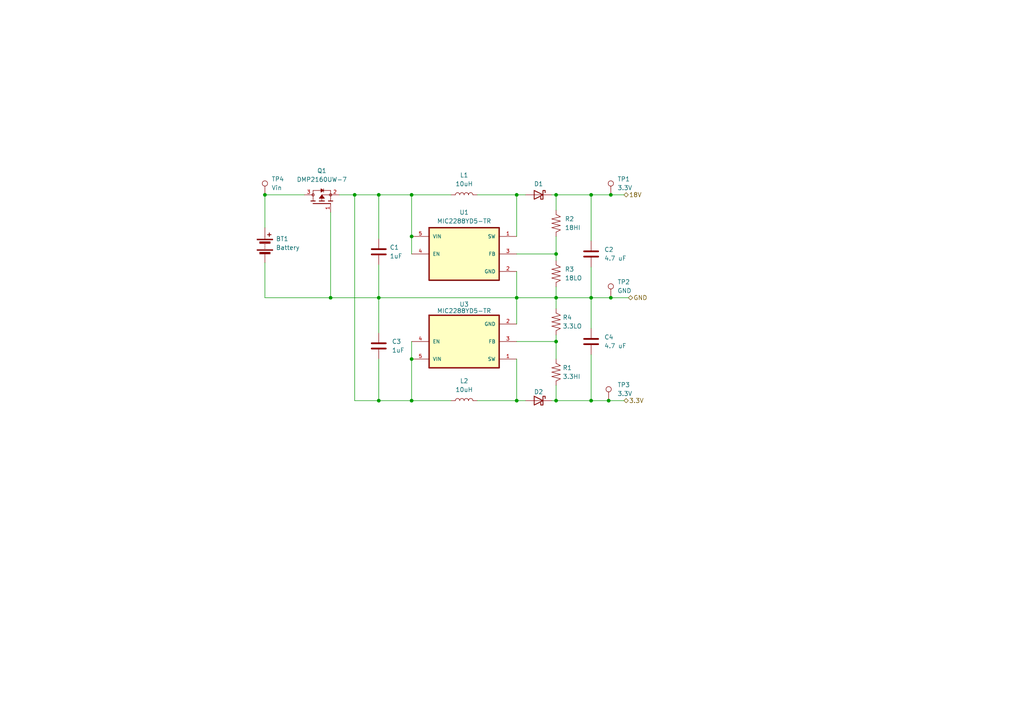
<source format=kicad_sch>
(kicad_sch (version 20230121) (generator eeschema)
  (paper "A4")
  (lib_symbols
    (symbol "Connector:TestPoint" (pin_numbers hide) (pin_names (offset 0.762) hide)
      (property "Reference" "TP" (at 0 6.858 0))
      (property "Value" "TestPoint" (at 0 5.08 0))
      (symbol "TestPoint_0_1"
        (circle (center 0 3.302) (radius 0.762))
      )
      (symbol "TestPoint_1_1"
        (pin passive line (at 0 0 90) (length 2.54) (name "1") (number "1"))
      )
    )
    (symbol "Hestres_Standard_Lib:Battery" (pin_numbers hide) (pin_names (offset 0) hide)
      (property "Reference" "BT" (at 2.54 2.54 0))
      (property "Value" "Battery" (at 2.54 0 0))
      (symbol "Battery_0_1"
        (rectangle (start -2.286 -1.27) (end 2.286 -1.524) (fill (type outline)))
        (rectangle (start -2.286 1.778) (end 2.286 1.524) (fill (type outline)))
        (rectangle (start -1.524 -2.032) (end 1.524 -2.54) (fill (type outline)))
        (rectangle (start -1.524 1.016) (end 1.524 0.508) (fill (type outline)))
        (polyline (pts (xy 0 -1.016) (xy 0 -0.762)))
        (polyline (pts (xy 0 -0.508) (xy 0 -0.254)))
        (polyline (pts (xy 0 0) (xy 0 0.254)))
        (polyline (pts (xy 0 1.778) (xy 0 2.54)))
        (polyline (pts (xy 0.762 3.048) (xy 1.778 3.048)) (stroke (width 0.254)))
        (polyline (pts (xy 1.27 3.556) (xy 1.27 2.54)) (stroke (width 0.254)))
      )
      (symbol "Battery_1_1"
        (pin passive line (at 0 5.08 270) (length 2.54) (name "+") (number "1"))
        (pin passive line (at 0 -5.08 90) (length 2.54) (name "-") (number "2"))
      )
    )
    (symbol "Hestres_Standard_Lib:C" (pin_numbers hide) (pin_names (offset 0.254))
      (property "Reference" "C" (at 0.635 2.54 0))
      (property "Value" "C" (at 0.635 -2.54 0))
      (symbol "C_0_1"
        (polyline (pts (xy -2.032 -0.762) (xy 2.032 -0.762)) (stroke (width 0.508)))
        (polyline (pts (xy -2.032 0.762) (xy 2.032 0.762)) (stroke (width 0.508)))
      )
      (symbol "C_1_1"
        (pin passive line (at 0 3.81 270) (length 2.794) (name "~") (number "1"))
        (pin passive line (at 0 -3.81 90) (length 2.794) (name "~") (number "2"))
      )
    )
    (symbol "Hestres_Standard_Lib:D_Schottky" (pin_numbers hide) (pin_names (offset 1.016) hide)
      (property "Reference" "D" (at 0 2.54 0))
      (property "Value" "D_Schottky" (at 0 -2.54 0))
      (symbol "D_Schottky_0_1"
        (polyline (pts (xy 1.27 0) (xy -1.27 0)))
        (polyline (pts (xy 1.27 1.27) (xy 1.27 -1.27) (xy -1.27 0) (xy 1.27 1.27)) (stroke (width 0.254)))
        (polyline (pts (xy -1.905 0.635) (xy -1.905 1.27) (xy -1.27 1.27) (xy -1.27 -1.27) (xy -0.635 -1.27) (xy -0.635 -0.635)) (stroke (width 0.254)))
      )
      (symbol "D_Schottky_1_1"
        (pin passive line (at -3.81 0 0) (length 2.54) (name "K") (number "1"))
        (pin passive line (at 3.81 0 180) (length 2.54) (name "A") (number "2"))
      )
    )
    (symbol "Hestres_Standard_Lib:L" (pin_numbers hide) (pin_names (offset 1.016) hide)
      (property "Reference" "L" (at -1.27 0 90))
      (property "Value" "L" (at 1.905 0 90))
      (symbol "L_0_1"
        (arc (start 0 -2.54) (mid 0.6323 -1.905) (end 0 -1.27))
        (arc (start 0 -1.27) (mid 0.6323 -0.635) (end 0 0))
        (arc (start 0 0) (mid 0.6323 0.635) (end 0 1.27))
        (arc (start 0 1.27) (mid 0.6323 1.905) (end 0 2.54))
      )
      (symbol "L_1_1"
        (pin passive line (at 0 3.81 270) (length 1.27) (name "1") (number "1"))
        (pin passive line (at 0 -3.81 90) (length 1.27) (name "2") (number "2"))
      )
    )
    (symbol "Hestres_Standard_Lib:R" (pin_numbers hide) (pin_names (offset 0))
      (property "Reference" "R" (at 2.54 0 90))
      (property "Value" "R" (at -2.54 0 90))
      (symbol "R_0_1"
        (polyline (pts (xy 0 2.54) (xy 1.27 1.905) (xy -1.27 1.27) (xy 1.27 0.635) (xy -1.27 0) (xy 1.27 -0.635) (xy -1.27 -1.27) (xy 1.27 -1.905) (xy 0 -2.54)))
      )
      (symbol "R_1_1"
        (pin passive line (at 0 3.81 270) (length 1.27) (name "~") (number "1"))
        (pin passive line (at 0 -3.81 90) (length 1.27) (name "~") (number "2"))
      )
    )
    (symbol "MIC2288YD5-TR:MIC2288YD5-TR" (pin_names (offset 1.016))
      (property "Reference" "U" (at -10.16 8.62 0))
      (property "Value" "MIC2288YD5-TR" (at -10.16 -11.62 0))
      (symbol "MIC2288YD5-TR_0_0"
        (rectangle (start -10.16 -7.62) (end 10.16 7.62) (stroke (width 0.41)) (fill (type background)))
        (pin input line (at 15.24 5.08 180) (length 5.08) (name "SW") (number "1"))
        (pin power_in line (at 15.24 -5.08 180) (length 5.08) (name "GND") (number "2"))
        (pin input line (at 15.24 0 180) (length 5.08) (name "FB") (number "3"))
        (pin input line (at -15.24 0 0) (length 5.08) (name "EN") (number "4"))
        (pin input line (at -15.24 5.08 0) (length 5.08) (name "VIN") (number "5"))
      )
    )
    (symbol "ProjPMOS:DMP2160UW-7" (pin_names (offset 1.016))
      (property "Reference" "Q" (at -8.89 3.81 0))
      (property "Value" "DMP2160UW-7" (at -8.89 -6.35 0))
      (symbol "DMP2160UW-7_0_0"
        (polyline (pts (xy 0 -2.54) (xy 0 2.54)) (stroke (width 0.254)))
        (polyline (pts (xy 0.762 -3.175) (xy 0.762 -2.54)) (stroke (width 0.254)))
        (polyline (pts (xy 0.762 -2.54) (xy 0.762 -1.905)) (stroke (width 0.254)))
        (polyline (pts (xy 0.762 -2.54) (xy 3.81 -2.54)) (stroke (width 0.1524)))
        (polyline (pts (xy 0.762 -0.762) (xy 0.762 0)) (stroke (width 0.254)))
        (polyline (pts (xy 0.762 0) (xy 0.762 0.762)) (stroke (width 0.254)))
        (polyline (pts (xy 0.762 0) (xy 2.54 0)) (stroke (width 0.1524)))
        (polyline (pts (xy 0.762 1.905) (xy 0.762 2.54)) (stroke (width 0.254)))
        (polyline (pts (xy 0.762 2.54) (xy 0.762 3.175)) (stroke (width 0.254)))
        (polyline (pts (xy 2.54 0) (xy 2.54 2.54)) (stroke (width 0.1524)))
        (polyline (pts (xy 2.54 2.54) (xy 0.762 2.54)) (stroke (width 0.1524)))
        (polyline (pts (xy 2.54 2.54) (xy 3.81 2.54)) (stroke (width 0.1524)))
        (polyline (pts (xy 3.302 0.508) (xy 3.81 0.508)) (stroke (width 0.1524)))
        (polyline (pts (xy 3.81 -2.54) (xy 3.81 0.508)) (stroke (width 0.1524)))
        (polyline (pts (xy 3.81 0.508) (xy 3.81 2.54)) (stroke (width 0.1524)))
        (polyline (pts (xy 3.81 0.508) (xy 4.318 0.508)) (stroke (width 0.1524)))
        (polyline (pts (xy 2.54 0) (xy 1.524 0.762) (xy 1.524 -0.762) (xy 2.54 0)) (stroke (width 0.1524)) (fill (type outline)))
        (polyline (pts (xy 3.81 0.508) (xy 4.318 -0.254) (xy 3.302 -0.254) (xy 3.81 0.508)) (stroke (width 0.1524)) (fill (type outline)))
        (circle (center 2.54 -2.54) (radius 0.3592))
        (circle (center 2.54 2.54) (radius 0.3592))
        (pin passive line (at -2.54 2.54 0) (length 2.54) (name "~") (number "1"))
        (pin passive line (at 2.54 5.08 270) (length 2.54) (name "~") (number "2"))
        (pin passive line (at 2.54 -5.08 90) (length 2.54) (name "~") (number "3"))
      )
    )
  )
  (junction (at 149.86 116.205))
  (junction (at 161.29 73.66))
  (junction (at 119.38 56.515))
  (junction (at 161.29 99.06))
  (junction (at 95.885 86.36))
  (junction (at 109.855 56.515))
  (junction (at 119.38 104.14))
  (junction (at 119.38 116.205))
  (junction (at 176.53 116.205))
  (junction (at 177.165 86.36))
  (junction (at 161.29 116.205))
  (junction (at 109.855 116.205))
  (junction (at 161.29 86.36))
  (junction (at 177.165 56.515))
  (junction (at 119.38 68.58))
  (junction (at 171.45 56.515))
  (junction (at 109.855 86.36))
  (junction (at 149.86 86.36))
  (junction (at 76.835 56.515))
  (junction (at 149.86 56.515))
  (junction (at 161.29 56.515))
  (junction (at 171.45 116.205))
  (junction (at 102.87 56.515))
  (junction (at 171.45 86.36))
  (wire (pts (xy 76.835 56.515) (xy 88.265 56.515)))
  (wire (pts (xy 109.855 116.205) (xy 119.38 116.205)))
  (wire (pts (xy 76.835 86.36) (xy 95.885 86.36)))
  (wire (pts (xy 161.29 116.205) (xy 161.29 111.76)))
  (wire (pts (xy 109.855 56.515) (xy 119.38 56.515)))
  (wire (pts (xy 119.38 56.515) (xy 119.38 68.58)))
  (wire (pts (xy 149.86 78.74) (xy 149.86 86.36)))
  (wire (pts (xy 76.835 76.2) (xy 76.835 86.36)))
  (wire (pts (xy 171.45 86.36) (xy 171.45 77.47)))
  (wire (pts (xy 161.29 89.535) (xy 161.29 86.36)))
  (wire (pts (xy 138.43 56.515) (xy 149.86 56.515)))
  (wire (pts (xy 149.86 73.66) (xy 161.29 73.66)))
  (wire (pts (xy 109.855 86.36) (xy 149.86 86.36)))
  (wire (pts (xy 149.86 56.515) (xy 149.86 68.58)))
  (wire (pts (xy 171.45 56.515) (xy 171.45 69.85)))
  (wire (pts (xy 109.855 116.205) (xy 109.855 104.14)))
  (wire (pts (xy 102.87 56.515) (xy 109.855 56.515)))
  (wire (pts (xy 171.45 86.36) (xy 171.45 95.25)))
  (wire (pts (xy 161.29 104.14) (xy 161.29 99.06)))
  (wire (pts (xy 149.86 93.98) (xy 149.86 86.36)))
  (wire (pts (xy 161.29 73.66) (xy 161.29 75.565)))
  (wire (pts (xy 119.38 68.58) (xy 119.38 73.66)))
  (wire (pts (xy 177.165 86.36) (xy 182.245 86.36)))
  (wire (pts (xy 109.855 56.515) (xy 109.855 69.215)))
  (wire (pts (xy 149.86 56.515) (xy 152.4 56.515)))
  (wire (pts (xy 161.29 68.58) (xy 161.29 73.66)))
  (wire (pts (xy 160.02 116.205) (xy 161.29 116.205)))
  (wire (pts (xy 119.38 104.14) (xy 119.38 99.06)))
  (wire (pts (xy 119.38 116.205) (xy 130.81 116.205)))
  (wire (pts (xy 161.29 99.06) (xy 161.29 97.155)))
  (wire (pts (xy 176.53 116.205) (xy 180.975 116.205)))
  (wire (pts (xy 119.38 56.515) (xy 130.81 56.515)))
  (wire (pts (xy 102.87 116.205) (xy 109.855 116.205)))
  (wire (pts (xy 149.86 116.205) (xy 149.86 104.14)))
  (wire (pts (xy 161.29 116.205) (xy 171.45 116.205)))
  (wire (pts (xy 149.86 86.36) (xy 161.29 86.36)))
  (wire (pts (xy 160.02 56.515) (xy 161.29 56.515)))
  (wire (pts (xy 109.855 96.52) (xy 109.855 86.36)))
  (wire (pts (xy 95.885 86.36) (xy 109.855 86.36)))
  (wire (pts (xy 76.835 66.04) (xy 76.835 56.515)))
  (wire (pts (xy 95.885 61.595) (xy 95.885 86.36)))
  (wire (pts (xy 98.425 56.515) (xy 102.87 56.515)))
  (wire (pts (xy 102.87 56.515) (xy 102.87 116.205)))
  (wire (pts (xy 171.45 116.205) (xy 176.53 116.205)))
  (wire (pts (xy 177.165 56.515) (xy 180.975 56.515)))
  (wire (pts (xy 171.45 116.205) (xy 171.45 102.87)))
  (wire (pts (xy 149.86 116.205) (xy 152.4 116.205)))
  (wire (pts (xy 171.45 56.515) (xy 177.165 56.515)))
  (wire (pts (xy 161.29 56.515) (xy 171.45 56.515)))
  (wire (pts (xy 119.38 116.205) (xy 119.38 104.14)))
  (wire (pts (xy 161.29 86.36) (xy 171.45 86.36)))
  (wire (pts (xy 161.29 83.185) (xy 161.29 86.36)))
  (wire (pts (xy 109.855 76.835) (xy 109.855 86.36)))
  (wire (pts (xy 171.45 86.36) (xy 177.165 86.36)))
  (wire (pts (xy 138.43 116.205) (xy 149.86 116.205)))
  (wire (pts (xy 161.29 56.515) (xy 161.29 60.96)))
  (wire (pts (xy 149.86 99.06) (xy 161.29 99.06)))
  (hierarchical_label "18V" (shape bidirectional) (at 180.975 56.515 0))
  (hierarchical_label "GND" (shape bidirectional) (at 182.245 86.36 0))
  (hierarchical_label "3.3V" (shape bidirectional) (at 180.975 116.205 0))
  (symbol (lib_id "Connector:TestPoint") (at 76.835 56.515 0) (unit 1)
    (property "Reference" "TP4" (at 78.74 51.943 0) (effects (justify left)))
    (property "Value" "Vin" (at 78.74 54.483 0) (effects (justify left)))
  )
  (symbol (lib_id "Hestres_Standard_Lib:D_Schottky") (at 156.21 56.515 0) (mirror y) (unit 1)
    (property "Reference" "D1" (at 156.21 53.34 0))
    (property "Value" "D_Schottky" (effects hide))
  )
  (symbol (lib_id "MIC2288YD5-TR:MIC2288YD5-TR") (at 134.62 99.06 0) (mirror x) (unit 1)
    (property "Reference" "U3" (at 134.62 88.265 0))
    (property "Value" "MIC2288YD5-TR" (at 134.62 90.17 0))
    (property "Footprint" "MIC2288YD5-TR:SOT95P280X100-5N" (effects hide))
    (property "DigiKey_Part_Number" "576-1729-2-ND" (effects hide))
    (property "MF" "Microchip" (effects hide))
    (property "SNAPEDA_PACKAGE_ID" "8798" (effects hide))
    (property "Package" "TSOT-23 Microchip" (effects hide))
    (property "Check_prices" "https://www.snapeda.com/parts/MIC2288YD5-TR/Microchip/view-part/?ref=eda" (effects hide))
    (property "STANDARD" "IPC-7351B" (effects hide))
    (property "PARTREV" "B" (effects hide))
    (property "SnapEDA_Link" "https://www.snapeda.com/parts/MIC2288YD5-TR/Microchip/view-part/?ref=snap" (effects hide))
    (property "MP" "MIC2288YD5-TR" (effects hide))
    (property "Purchase-URL" "https://www.snapeda.com/api/url_track_click_mouser/?unipart_id=460811&manufacturer=Microchip&part_name=MIC2288YD5-TR&search_term=None" (effects hide))
    (property "Description" "\nBoost Switching Regulator IC Positive Adjustable 2.5V 1 Output 1.2A (Switch) SOT-23-5 Thin, TSOT-23-5\n" (effects hide))
    (property "MANUFACTURER" "Microchip" (effects hide))
    (property "MAXIMUM_PACKAGE_HEIGHT" "1.0mm" (effects hide))
  )
  (symbol (lib_id "Hestres_Standard_Lib:R") (at 161.29 107.95 0) (unit 1)
    (property "Reference" "R1" (at 163.195 106.68 0) (effects (justify left)))
    (property "Value" "3.3HI" (at 163.195 109.22 0) (effects (justify left)))
    (property "Footprint" "Resistor_SMD:R_0805_2012Metric" (effects hide))
  )
  (symbol (lib_id "Hestres_Standard_Lib:R") (at 161.29 64.77 0) (unit 1)
    (property "Reference" "R2" (at 163.83 63.5 0) (effects (justify left)))
    (property "Value" "18HI" (at 163.83 66.04 0) (effects (justify left)))
    (property "Footprint" "Resistor_SMD:R_0805_2012Metric" (effects hide))
  )
  (symbol (lib_id "Hestres_Standard_Lib:R") (at 161.29 93.345 0) (unit 1)
    (property "Reference" "R4" (at 163.195 92.075 0) (effects (justify left)))
    (property "Value" "3.3LO" (at 163.195 94.615 0) (effects (justify left)))
    (property "Footprint" "Resistor_SMD:R_0805_2012Metric" (effects hide))
  )
  (symbol (lib_id "Hestres_Standard_Lib:L") (at 134.62 116.205 90) (unit 1)
    (property "Reference" "L2" (at 134.62 110.49 90))
    (property "Value" "10uH" (at 134.62 113.03 90))
    (property "Footprint" "Proj:IND_TAIYO_NR6028_TAY" (effects hide))
  )
  (symbol (lib_id "Connector:TestPoint") (at 176.53 116.205 0) (unit 1)
    (property "Reference" "TP3" (at 179.07 111.633 0) (effects (justify left)))
    (property "Value" "3.3V" (at 179.07 114.173 0) (effects (justify left)))
  )
  (symbol (lib_id "Hestres_Standard_Lib:C") (at 109.855 73.025 0) (unit 1)
    (property "Reference" "C1" (at 113.03 71.755 0) (effects (justify left)))
    (property "Value" "1uF" (at 113.03 74.295 0) (effects (justify left)))
    (property "Footprint" "Capacitor_SMD:C_0805_2012Metric" (effects hide))
  )
  (symbol (lib_id "Hestres_Standard_Lib:R") (at 161.29 79.375 0) (unit 1)
    (property "Reference" "R3" (at 163.83 78.105 0) (effects (justify left)))
    (property "Value" "18LO" (at 163.83 80.645 0) (effects (justify left)))
    (property "Footprint" "Resistor_SMD:R_0805_2012Metric" (effects hide))
  )
  (symbol (lib_id "Connector:TestPoint") (at 177.165 86.36 0) (unit 1)
    (property "Reference" "TP2" (at 179.07 81.788 0) (effects (justify left)))
    (property "Value" "GND" (at 179.07 84.328 0) (effects (justify left)))
  )
  (symbol (lib_id "ProjPMOS:DMP2160UW-7") (at 93.345 59.055 270) (mirror x) (unit 1)
    (property "Reference" "Q1" (at 93.345 49.53 90))
    (property "Value" "DMP2160UW-7" (at 93.345 52.07 90))
    (property "Footprint" "DMP2160UW-7:TRANS_DMP2160UW-7" (effects hide))
    (property "DigiKey_Part_Number" "DMP2160UWDITR-ND" (effects hide))
    (property "MF" "Diodes Inc." (effects hide))
    (property "MAXIMUM_PACKAGE_HEIGHT" "1.1 mm" (effects hide))
    (property "Package" "SOT-323 Diodes Inc." (effects hide))
    (property "Check_prices" "https://www.snapeda.com/parts/DMP2160UW-7/Diodes+Inc./view-part/?ref=eda" (effects hide))
    (property "STANDARD" "Manufacturer Recommendations" (effects hide))
    (property "PARTREV" "6-3" (effects hide))
    (property "SnapEDA_Link" "https://www.snapeda.com/parts/DMP2160UW-7/Diodes+Inc./view-part/?ref=snap" (effects hide))
    (property "MP" "DMP2160UW-7" (effects hide))
    (property "Purchase-URL" "https://www.snapeda.com/api/url_track_click_mouser/?unipart_id=284587&manufacturer=Diodes Inc.&part_name=DMP2160UW-7&search_term=None" (effects hide))
    (property "Description" "\nMOSFET P-Channel 20V 1.5A SOT323, DMP Series | Diodes Inc DMP2160UW-7\n" (effects hide))
    (property "MANUFACTURER" "Diodes Inc." (effects hide))
  )
  (symbol (lib_id "Connector:TestPoint") (at 177.165 56.515 0) (unit 1)
    (property "Reference" "TP1" (at 179.07 51.943 0) (effects (justify left)))
    (property "Value" "3.3V" (at 179.07 54.483 0) (effects (justify left)))
  )
  (symbol (lib_id "Hestres_Standard_Lib:C") (at 171.45 99.06 0) (unit 1)
    (property "Reference" "C4" (at 175.26 97.79 0) (effects (justify left)))
    (property "Value" "4.7 uF" (at 175.26 100.33 0) (effects (justify left)))
    (property "Footprint" "Capacitor_SMD:C_0805_2012Metric" (effects hide))
  )
  (symbol (lib_id "Hestres_Standard_Lib:C") (at 171.45 73.66 0) (unit 1)
    (property "Reference" "C2" (at 175.26 72.39 0) (effects (justify left)))
    (property "Value" "4.7 uF" (at 175.26 74.93 0) (effects (justify left)))
    (property "Footprint" "Capacitor_SMD:C_0805_2012Metric" (effects hide))
  )
  (symbol (lib_id "Hestres_Standard_Lib:C") (at 109.855 100.33 0) (unit 1)
    (property "Reference" "C3" (at 113.665 99.06 0) (effects (justify left)))
    (property "Value" "1uF" (at 113.665 101.6 0) (effects (justify left)))
    (property "Footprint" "Capacitor_SMD:C_0805_2012Metric" (effects hide))
  )
  (symbol (lib_id "MIC2288YD5-TR:MIC2288YD5-TR") (at 134.62 73.66 0) (unit 1)
    (property "Reference" "U1" (at 134.62 61.595 0))
    (property "Value" "MIC2288YD5-TR" (at 134.62 64.135 0))
    (property "Footprint" "MIC2288YD5-TR:SOT95P280X100-5N" (effects hide))
    (property "DigiKey_Part_Number" "576-1729-2-ND" (effects hide))
    (property "MF" "Microchip" (effects hide))
    (property "SNAPEDA_PACKAGE_ID" "8798" (effects hide))
    (property "Package" "TSOT-23 Microchip" (effects hide))
    (property "Check_prices" "https://www.snapeda.com/parts/MIC2288YD5-TR/Microchip/view-part/?ref=eda" (effects hide))
    (property "STANDARD" "IPC-7351B" (effects hide))
    (property "PARTREV" "B" (effects hide))
    (property "SnapEDA_Link" "https://www.snapeda.com/parts/MIC2288YD5-TR/Microchip/view-part/?ref=snap" (effects hide))
    (property "MP" "MIC2288YD5-TR" (effects hide))
    (property "Purchase-URL" "https://www.snapeda.com/api/url_track_click_mouser/?unipart_id=460811&manufacturer=Microchip&part_name=MIC2288YD5-TR&search_term=None" (effects hide))
    (property "Description" "\nBoost Switching Regulator IC Positive Adjustable 2.5V 1 Output 1.2A (Switch) SOT-23-5 Thin, TSOT-23-5\n" (effects hide))
    (property "MANUFACTURER" "Microchip" (effects hide))
    (property "MAXIMUM_PACKAGE_HEIGHT" "1.0mm" (effects hide))
  )
  (symbol (lib_id "Hestres_Standard_Lib:Battery") (at 76.835 71.12 0) (unit 1)
    (property "Reference" "BT1" (at 80.01 69.2785 0) (effects (justify left)))
    (property "Value" "Battery" (at 80.01 71.8185 0) (effects (justify left)))
  )
  (symbol (lib_id "Hestres_Standard_Lib:D_Schottky") (at 156.21 116.205 0) (mirror y) (unit 1)
    (property "Reference" "D2" (at 156.21 113.665 0))
    (property "Value" "D_Schottky" (effects hide))
  )
  (symbol (lib_id "Hestres_Standard_Lib:L") (at 134.62 56.515 90) (unit 1)
    (property "Reference" "L1" (at 134.62 50.8 90))
    (property "Value" "10uH" (at 134.62 53.34 90))
    (property "Footprint" "Proj:IND_TAIYO_NR6028_TAY" (effects hide))
  )
)
</source>
